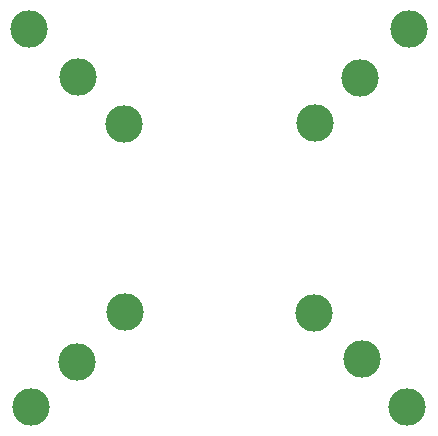
<source format=gbr>
G04 #@! TF.FileFunction,Paste,Bot*
%FSLAX46Y46*%
G04 Gerber Fmt 4.6, Leading zero omitted, Abs format (unit mm)*
G04 Created by KiCad (PCBNEW 4.0.6) date 05/08/17 07:30:41*
%MOMM*%
%LPD*%
G01*
G04 APERTURE LIST*
%ADD10C,0.100000*%
%ADD11C,2.540000*%
%ADD12C,3.175000*%
G04 APERTURE END LIST*
D10*
D11*
X71401300Y-116571300D03*
D12*
X71401300Y-116571300D03*
D11*
X47261300Y-116752300D03*
D12*
X47261300Y-116752300D03*
D11*
X71290300Y-92702300D03*
D12*
X71290300Y-92702300D03*
D11*
X47340300Y-92642300D03*
D12*
X47340300Y-92642300D03*
D11*
X67356300Y-112598300D03*
D12*
X67356300Y-112598300D03*
D11*
X51364300Y-112586300D03*
D12*
X51364300Y-112586300D03*
D11*
X67405300Y-96581300D03*
D12*
X67405300Y-96581300D03*
D11*
X51258300Y-96607300D03*
D12*
X51258300Y-96607300D03*
D11*
X43241300Y-88630300D03*
D12*
X43241300Y-88630300D03*
D11*
X43386300Y-120553300D03*
D12*
X43386300Y-120553300D03*
D11*
X75205300Y-120580300D03*
D12*
X75205300Y-120580300D03*
D11*
X75370300Y-88548300D03*
D12*
X75370300Y-88548300D03*
M02*

</source>
